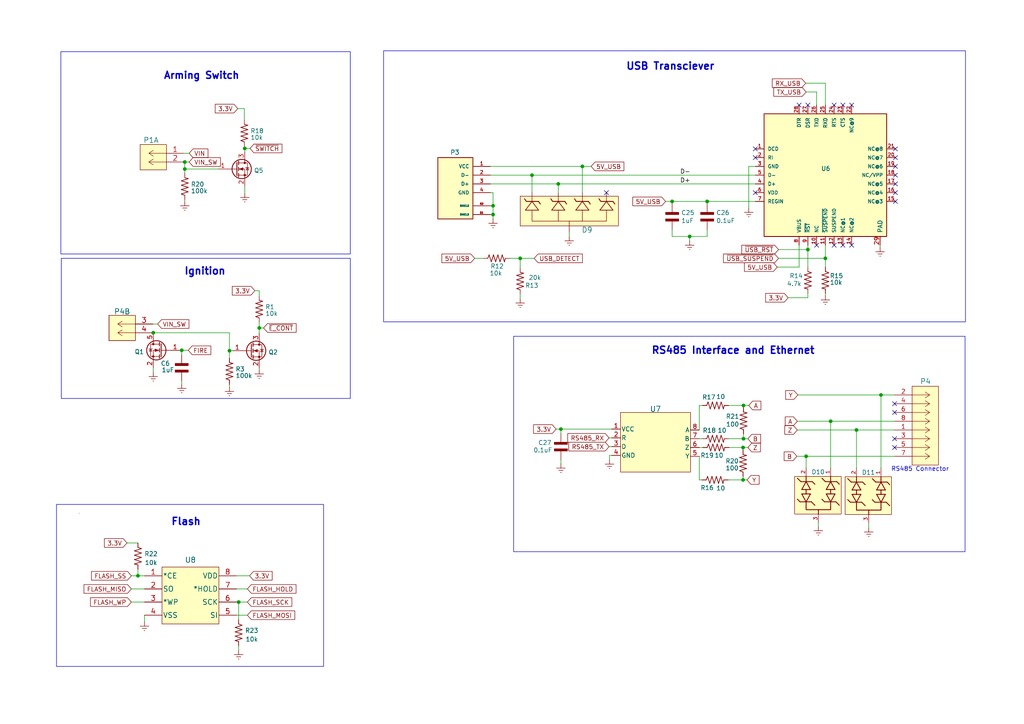
<source format=kicad_sch>
(kicad_sch (version 20230121) (generator eeschema)
  (paper "A4")
  (lib_symbols
    (symbol "Earth_2" (power) (pin_names (offset 0))
      (symbol "Earth_2_1_1"
        (pin power_in line (at 0 0 270) (length 0) hide (name "Earth") (number "1"))
      )
    )
    (symbol "Engine-Controller:54602-908LF" (pin_names (offset 0.254))
      (property "Reference" "P" (at 8.89 6.35 0))
      (property "Value" "54602-908LF" (at 5.08 4.318 0))
      (symbol "54602-908LF_1_1"
        (pin unspecified line (at 0 -10.16 0) (length 5.08) (name "~") (number "1"))
        (pin unspecified line (at 0 0 0) (length 5.08) (name "~") (number "2"))
        (pin unspecified line (at 0 -12.7 0) (length 5.08) (name "~") (number "3"))
        (pin unspecified line (at 0 -2.54 0) (length 5.08) (name "~") (number "4"))
        (pin unspecified line (at 0 -15.24 0) (length 5.08) (name "~") (number "5"))
        (pin unspecified line (at 0 -5.08 0) (length 5.08) (name "~") (number "6"))
        (pin unspecified line (at 0 -17.78 0) (length 5.08) (name "~") (number "7"))
        (pin unspecified line (at 0 -7.62 0) (length 5.08) (name "~") (number "8"))
      )
    )
    (symbol "Engine-Controller:CAP_0603" (pin_numbers hide) (pin_names (offset 1.016) hide)
      (property "Reference" "C" (at -1.27 3.81 0))
      (property "Value" "Engine-Controller_CAP_0603" (at -3.81 -3.81 0))
      (symbol "CAP_0603_0_0"
        (pin passive line (at 3.81 0 180) (length 2.54) (name "~") (number "1"))
        (pin passive line (at -3.81 0 0) (length 2.54) (name "~") (number "2"))
      )
    )
    (symbol "Engine-Controller:CDSOT23-SM712" (pin_names (offset 1.016))
      (property "Reference" "D" (at -6.096 9.398 0))
      (symbol "CDSOT23-SM712_0_0"
        (pin passive line (at -3.556 6.604 270) (length 2.54) (name "~") (number "2"))
      )
      (symbol "CDSOT23-SM712_1_0"
        (pin passive line (at 3.556 6.604 270) (length 2.54) (name "~") (number "1"))
        (pin passive line (at 0 -9.398 90) (length 2.54) (name "~") (number "3"))
      )
    )
    (symbol "Engine-Controller:CP2102-GMR(QFN28)" (pin_names (offset 1.016))
      (property "Reference" "U" (at -15.24 19.05 0))
      (symbol "CP2102-GMR(QFN28)_0_0"
        (pin bidirectional line (at -20.32 7.62 0) (length 2.54) (name "DCD") (number "1"))
        (pin bidirectional line (at -2.54 -20.32 90) (length 2.54) (name "NC") (number "10"))
        (pin bidirectional line (at 0 -20.32 90) (length 2.54) (name "~{SUSPEND}") (number "11"))
        (pin bidirectional line (at 2.54 -20.32 90) (length 2.54) (name "SUSPEND") (number "12"))
        (pin bidirectional line (at 5.08 -20.32 90) (length 2.54) (name "NC@1") (number "13"))
        (pin bidirectional line (at 7.62 -20.32 90) (length 2.54) (name "NC@2") (number "14"))
        (pin bidirectional line (at 20.32 -7.62 180) (length 2.54) (name "NC@3") (number "15"))
        (pin bidirectional line (at 20.32 -5.08 180) (length 2.54) (name "NC@4") (number "16"))
        (pin bidirectional line (at 20.32 -2.54 180) (length 2.54) (name "NC@5") (number "17"))
        (pin bidirectional line (at 20.32 0 180) (length 2.54) (name "NC/VPP") (number "18"))
        (pin bidirectional line (at 20.32 2.54 180) (length 2.54) (name "NC@6") (number "19"))
        (pin bidirectional line (at -20.32 5.08 0) (length 2.54) (name "RI") (number "2"))
        (pin bidirectional line (at 20.32 5.08 180) (length 2.54) (name "NC@7") (number "20"))
        (pin bidirectional line (at 20.32 7.62 180) (length 2.54) (name "NC@8") (number "21"))
        (pin bidirectional line (at 7.62 20.32 270) (length 2.54) (name "NC@9") (number "22"))
        (pin bidirectional line (at 5.08 20.32 270) (length 2.54) (name "CTS") (number "23"))
        (pin bidirectional line (at 2.54 20.32 270) (length 2.54) (name "RTS") (number "24"))
        (pin bidirectional line (at 0 20.32 270) (length 2.54) (name "RXD") (number "25"))
        (pin bidirectional line (at -2.54 20.32 270) (length 2.54) (name "TXD") (number "26"))
        (pin bidirectional line (at -5.08 20.32 270) (length 2.54) (name "DSR") (number "27"))
        (pin bidirectional line (at -7.62 20.32 270) (length 2.54) (name "DTR") (number "28"))
        (pin power_in line (at -20.32 2.54 0) (length 2.54) (name "GND") (number "3"))
        (pin bidirectional line (at -20.32 -2.54 0) (length 2.54) (name "D+") (number "4"))
        (pin bidirectional line (at -20.32 0 0) (length 2.54) (name "D-") (number "5"))
        (pin bidirectional line (at -20.32 -5.08 0) (length 2.54) (name "VDD") (number "6"))
        (pin power_in line (at -20.32 -7.62 0) (length 2.54) (name "REGIN") (number "7"))
        (pin power_in line (at -7.62 -20.32 90) (length 2.54) (name "VBUS") (number "8"))
        (pin bidirectional line (at -5.08 -20.32 90) (length 2.54) (name "~{RST}") (number "9"))
      )
      (symbol "CP2102-GMR(QFN28)_1_1"
        (pin passive line (at 15.875 -20.32 90) (length 2.54) (name "PAD") (number "29"))
      )
    )
    (symbol "Engine-Controller:Earth" (power) (pin_names (offset 0))
      (symbol "Earth_1_1"
        (pin power_in line (at 0 0 270) (length 0) hide (name "Earth") (number "1"))
      )
    )
    (symbol "Engine-Controller:RES_0603" (pin_numbers hide) (pin_names (offset 1.016) hide)
      (property "Reference" "R" (at -1.27 1.27 0))
      (property "Value" "Engine-Controller_RES_0603" (at -3.81 -2.54 0))
      (symbol "RES_0603_0_0"
        (pin passive line (at -3.81 0 0) (length 1.27) (name "~") (number "1"))
        (pin passive line (at 3.81 0 180) (length 1.27) (name "~") (number "2"))
      )
    )
    (symbol "Engine-Controller:SN65HVD71DR" (pin_names (offset 0.254))
      (property "Reference" "U" (at 0.254 14.478 0))
      (symbol "SN65HVD71DR_1_1"
        (pin power_in line (at -9.906 4.572 0) (length 2.54) (name "VCC") (number "1"))
        (pin output line (at -9.906 2.032 0) (length 2.54) (name "R") (number "2"))
        (pin input line (at -9.906 -0.508 0) (length 2.54) (name "D") (number "3"))
        (pin power_in line (at -9.906 -3.048 0) (length 2.54) (name "GND") (number "4"))
        (pin output line (at 15.494 -3.302 180) (length 2.54) (name "Y") (number "5"))
        (pin output line (at 15.494 -0.762 180) (length 2.54) (name "Z") (number "6"))
        (pin input line (at 15.494 1.778 180) (length 2.54) (name "B") (number "7"))
        (pin input line (at 15.494 4.318 180) (length 2.54) (name "A") (number "8"))
      )
    )
    (symbol "Engine-Controller:SP0504BAHTG" (pin_numbers hide) (pin_names hide)
      (property "Reference" "D" (at -15.748 1.905 0))
      (symbol "SP0504BAHTG_1_1"
        (pin passive line (at -10.795 5.715 270) (length 2.54) (name "~") (number "1"))
        (pin passive line (at 0 -5.715 90) (length 2.54) (name "~") (number "2"))
        (pin passive line (at -3.175 5.715 270) (length 2.54) (name "~") (number "3"))
        (pin passive line (at 3.81 5.715 270) (length 2.54) (name "~") (number "4"))
        (pin passive line (at 10.795 5.715 270) (length 2.54) (name "~") (number "5"))
      )
    )
    (symbol "Engine-Controller:SST25VF040B-50-4I-S2AE-T" (pin_names (offset 0.254))
      (property "Reference" "U" (at -2.54 6.35 0))
      (symbol "SST25VF040B-50-4I-S2AE-T_1_1"
        (pin input line (at -13.97 2.54 0) (length 5.08) (name "*CE") (number "1"))
        (pin output line (at -13.97 -1.27 0) (length 5.08) (name "SO") (number "2"))
        (pin input line (at -13.97 -5.08 0) (length 5.08) (name "*WP") (number "3"))
        (pin power_in line (at -13.97 -8.89 0) (length 5.08) (name "VSS") (number "4"))
        (pin input line (at 12.7 -8.89 180) (length 5.08) (name "SI") (number "5"))
        (pin input line (at 12.7 -5.08 180) (length 5.08) (name "SCK") (number "6"))
        (pin input line (at 12.7 -1.27 180) (length 5.08) (name "*HOLD") (number "7"))
        (pin power_in line (at 12.7 2.54 180) (length 5.08) (name "VDD") (number "8"))
      )
    )
    (symbol "Engine-Controller:USB" (pin_names (offset 1.016))
      (property "Reference" "P" (at -5.08 10.922 0))
      (symbol "USB_0_0"
        (pin power_out line (at -10.16 7.62 0) (length 5.08) (name "VCC") (number "1"))
        (pin bidirectional line (at -10.16 5.08 0) (length 5.08) (name "D-") (number "2"))
        (pin bidirectional line (at -10.16 2.54 0) (length 5.08) (name "D+") (number "3"))
        (pin power_out line (at -10.16 0 0) (length 5.08) (name "GND") (number "4"))
        (pin passive line (at -10.16 -6.35 0) (length 5.08) (name "SHIELD") (number "S1"))
        (pin passive line (at -10.16 -3.81 0) (length 5.08) (name "SHIELD") (number "S2"))
      )
    )
    (symbol "Full-Flight-Computer:1546551-4" (pin_names (offset 0.254) hide)
      (property "Reference" "P" (at 7.112 4.064 0))
      (symbol "1546551-4_1_1"
        (pin passive line (at 0 0 0) (length 5.08) (name "5") (number "1"))
        (pin passive line (at 0 -2.54 0) (length 5.08) (name "6") (number "2"))
      )
      (symbol "1546551-4_2_1"
        (pin passive line (at 0 0 0) (length 5.08) (name "5") (number "3"))
        (pin passive line (at 0 -2.54 0) (length 5.08) (name "6") (number "4"))
      )
    )
    (symbol "Full-Flight-Computer:2N7002W-7-F" (pin_names hide)
      (property "Reference" "Q" (at 5.08 1.905 0))
      (symbol "2N7002W-7-F_1_1"
        (pin input line (at -5.08 0 0) (length 2.54) (name "G") (number "1"))
        (pin passive line (at 2.54 -5.08 90) (length 2.54) (name "S") (number "2"))
        (pin passive line (at 2.54 5.08 270) (length 2.54) (name "D") (number "3"))
      )
    )
    (symbol "Full-Flight-Computer:CAP_0402" (pin_numbers hide) (pin_names (offset 1.016) hide)
      (property "Reference" "C" (at -1.27 3.81 0))
      (property "Value" "CAP_0402" (at -4.826 -3.81 0))
      (symbol "CAP_0402_0_0"
        (pin passive line (at 3.81 0 180) (length 2.54) (name "~") (number "1"))
        (pin passive line (at -3.81 0 0) (length 2.54) (name "~") (number "2"))
      )
    )
    (symbol "Full-Flight-Computer:Earth" (power) (pin_names (offset 0))
      (symbol "Earth_1_1"
        (pin power_in line (at 0 0 270) (length 0) hide (name "Earth") (number "1"))
      )
    )
    (symbol "Full-Flight-Computer:QS5U17TR" (pin_names hide)
      (property "Reference" "Q" (at 5.08 1.905 0))
      (symbol "QS5U17TR_1_1"
        (pin input line (at -5.08 0 0) (length 2.54) (name "G") (number "1"))
        (pin passive line (at 2.54 -5.08 90) (length 2.54) (name "S") (number "2"))
        (pin no_connect line (at 8.89 0.635 270) (length 2.54) hide (name "") (number "3"))
        (pin no_connect line (at 11.43 0.635 270) (length 2.54) hide (name "") (number "4"))
        (pin passive line (at 2.54 5.08 270) (length 2.54) (name "D") (number "5"))
      )
    )
    (symbol "Full-Flight-Computer:RES_0402" (pin_numbers hide) (pin_names (offset 1.016) hide)
      (property "Reference" "R" (at -1.27 1.27 0))
      (property "Value" "RES_0402" (at -3.81 -2.54 0))
      (symbol "RES_0402_0_0"
        (pin passive line (at -3.81 0 0) (length 1.27) (name "~") (number "1"))
        (pin passive line (at 3.81 0 180) (length 1.27) (name "~") (number "2"))
      )
    )
    (symbol "RES_0603_1" (pin_numbers hide) (pin_names (offset 1.016) hide)
      (property "Reference" "R" (at -1.27 1.27 0))
      (property "Value" "RES_0603" (at -3.81 -2.54 0))
      (symbol "RES_0603_1_0_0"
        (pin passive line (at -3.81 0 0) (length 1.27) (name "~") (number "1"))
        (pin passive line (at 3.81 0 180) (length 1.27) (name "~") (number "2"))
      )
    )
  )
  (junction (at 143.002 62.23))
  (junction (at 154.305 50.8))
  (junction (at 233.807 132.334))
  (junction (at 143.002 59.69))
  (junction (at 162.687 124.46))
  (junction (at 234.315 72.39))
  (junction (at 215.646 117.602))
  (junction (at 255.524 114.554))
  (junction (at 53.594 49.022))
  (junction (at 168.91 48.26))
  (junction (at 161.925 53.34))
  (junction (at 75.184 95.123))
  (junction (at 200.025 68.58))
  (junction (at 66.548 101.727))
  (junction (at 52.705 101.6))
  (junction (at 248.412 124.714))
  (junction (at 239.395 74.93))
  (junction (at 215.519 129.794))
  (junction (at 69.215 174.625))
  (junction (at 215.519 139.192))
  (junction (at 150.876 74.93))
  (junction (at 70.993 43.053))
  (junction (at 44.45 96.52))
  (junction (at 215.646 127.254))
  (junction (at 194.945 58.42))
  (junction (at 40.005 167.005))
  (junction (at 240.919 122.174))
  (junction (at 205.105 58.42))
  (junction (at 53.594 46.99))
  (no_connect (at 259.461 117.094))
  (no_connect (at 236.855 71.12))
  (no_connect (at 259.715 48.26))
  (no_connect (at 244.475 30.48))
  (no_connect (at 259.715 50.8))
  (no_connect (at 219.075 43.18))
  (no_connect (at 231.775 30.48))
  (no_connect (at 234.315 30.48))
  (no_connect (at 219.075 45.72))
  (no_connect (at 244.475 71.12))
  (no_connect (at 259.715 55.88))
  (no_connect (at 259.461 129.794))
  (no_connect (at 247.015 71.12))
  (no_connect (at 241.935 30.48))
  (no_connect (at 259.715 43.18))
  (no_connect (at 219.075 55.88))
  (no_connect (at 247.015 30.48))
  (no_connect (at 259.715 45.72))
  (no_connect (at 259.715 53.34))
  (no_connect (at 259.461 119.634))
  (no_connect (at 241.935 71.12))
  (no_connect (at 259.715 58.42))
  (no_connect (at 175.895 55.88))
  (no_connect (at 259.461 127.254))
  (wire (pts (xy 215.519 129.794) (xy 215.519 130.556)))
  (wire (pts (xy 215.646 117.602) (xy 215.646 118.237)))
  (wire (pts (xy 211.201 139.192) (xy 215.519 139.192)))
  (wire (pts (xy 154.305 55.88) (xy 154.305 50.8)))
  (wire (pts (xy 205.105 58.42) (xy 219.075 58.42)))
  (wire (pts (xy 66.548 101.727) (xy 66.548 103.886)))
  (wire (pts (xy 142.24 55.88) (xy 143.002 55.88)))
  (wire (pts (xy 233.807 132.334) (xy 231.14 132.334)))
  (wire (pts (xy 234.315 85.09) (xy 234.315 86.36)))
  (wire (pts (xy 251.968 151.765) (xy 251.968 153.035)))
  (wire (pts (xy 177.419 132.08) (xy 176.784 132.08)))
  (wire (pts (xy 248.412 124.714) (xy 259.461 124.714)))
  (polyline (pts (xy 22.987 148.844) (xy 22.987 148.844)))
  (wire (pts (xy 255.524 135.763) (xy 255.524 114.554)))
  (wire (pts (xy 73.914 84.328) (xy 75.184 84.328)))
  (wire (pts (xy 194.945 58.42) (xy 194.945 59.055)))
  (wire (pts (xy 53.594 46.99) (xy 53.594 49.022)))
  (wire (pts (xy 202.819 117.602) (xy 203.708 117.602)))
  (wire (pts (xy 240.919 122.174) (xy 240.919 135.636)))
  (wire (pts (xy 168.91 48.26) (xy 171.45 48.26)))
  (wire (pts (xy 225.806 72.39) (xy 234.315 72.39)))
  (wire (pts (xy 234.315 71.12) (xy 234.315 72.39)))
  (wire (pts (xy 211.328 117.602) (xy 215.646 117.602)))
  (wire (pts (xy 142.24 48.26) (xy 168.91 48.26)))
  (wire (pts (xy 228.6 86.36) (xy 234.315 86.36)))
  (wire (pts (xy 36.83 157.48) (xy 40.005 157.48)))
  (wire (pts (xy 161.29 124.46) (xy 162.687 124.46)))
  (wire (pts (xy 143.002 55.88) (xy 143.002 59.69)))
  (wire (pts (xy 69.215 174.625) (xy 69.215 179.705)))
  (wire (pts (xy 143.002 62.23) (xy 143.002 63.5)))
  (wire (pts (xy 40.005 165.1) (xy 40.005 167.005)))
  (wire (pts (xy 70.993 43.053) (xy 72.517 43.053)))
  (wire (pts (xy 69.215 174.625) (xy 71.755 174.625)))
  (wire (pts (xy 215.646 127.254) (xy 216.916 127.254)))
  (wire (pts (xy 200.025 69.85) (xy 200.025 68.58)))
  (wire (pts (xy 44.323 96.52) (xy 44.45 96.52)))
  (wire (pts (xy 40.005 167.005) (xy 41.91 167.005)))
  (wire (pts (xy 150.876 74.93) (xy 154.94 74.93)))
  (wire (pts (xy 68.58 170.815) (xy 71.755 170.815)))
  (wire (pts (xy 219.075 48.26) (xy 217.17 48.26)))
  (wire (pts (xy 205.105 58.42) (xy 205.105 59.055)))
  (wire (pts (xy 44.45 96.52) (xy 66.548 96.52)))
  (wire (pts (xy 231.394 114.554) (xy 255.524 114.554)))
  (wire (pts (xy 215.519 139.192) (xy 216.662 139.192)))
  (wire (pts (xy 161.925 53.34) (xy 219.075 53.34)))
  (wire (pts (xy 68.58 174.625) (xy 69.215 174.625)))
  (wire (pts (xy 225.806 74.93) (xy 239.395 74.93)))
  (wire (pts (xy 69.215 187.325) (xy 69.215 188.595)))
  (wire (pts (xy 168.91 48.26) (xy 168.91 55.88)))
  (wire (pts (xy 142.24 50.8) (xy 154.305 50.8)))
  (wire (pts (xy 70.866 31.496) (xy 70.866 34.798)))
  (wire (pts (xy 75.184 95.123) (xy 76.454 95.123)))
  (wire (pts (xy 233.68 24.13) (xy 239.395 24.13)))
  (wire (pts (xy 234.315 72.39) (xy 234.315 77.47)))
  (wire (pts (xy 193.04 58.42) (xy 194.945 58.42)))
  (wire (pts (xy 38.1 170.815) (xy 41.91 170.815)))
  (wire (pts (xy 233.807 132.334) (xy 233.807 135.636)))
  (wire (pts (xy 41.91 174.625) (xy 38.1 174.625)))
  (wire (pts (xy 70.993 54.102) (xy 70.993 56.007)))
  (wire (pts (xy 194.945 68.58) (xy 200.025 68.58)))
  (wire (pts (xy 38.1 167.005) (xy 40.005 167.005)))
  (wire (pts (xy 202.819 127.254) (xy 203.708 127.254)))
  (wire (pts (xy 248.412 124.714) (xy 231.267 124.714)))
  (wire (pts (xy 66.548 111.506) (xy 66.548 112.268)))
  (wire (pts (xy 231.267 122.174) (xy 240.919 122.174)))
  (wire (pts (xy 75.184 106.807) (xy 75.184 107.188)))
  (wire (pts (xy 41.91 178.435) (xy 41.91 180.34)))
  (wire (pts (xy 215.519 129.794) (xy 216.916 129.794)))
  (wire (pts (xy 44.323 93.98) (xy 45.72 93.98)))
  (wire (pts (xy 66.548 96.52) (xy 66.548 101.727)))
  (wire (pts (xy 52.705 101.6) (xy 54.61 101.6)))
  (wire (pts (xy 154.305 50.8) (xy 219.075 50.8)))
  (wire (pts (xy 150.876 85.344) (xy 150.876 86.614)))
  (wire (pts (xy 176.784 132.08) (xy 176.784 133.35)))
  (wire (pts (xy 53.34 46.99) (xy 53.594 46.99)))
  (wire (pts (xy 53.594 46.99) (xy 54.864 46.99)))
  (wire (pts (xy 142.24 53.34) (xy 161.925 53.34)))
  (wire (pts (xy 202.819 124.714) (xy 202.819 117.602)))
  (wire (pts (xy 75.184 95.123) (xy 75.184 96.647)))
  (wire (pts (xy 231.775 77.47) (xy 231.775 71.12)))
  (wire (pts (xy 68.58 167.005) (xy 72.39 167.005)))
  (wire (pts (xy 194.945 66.675) (xy 194.945 68.58)))
  (wire (pts (xy 142.24 59.69) (xy 143.002 59.69)))
  (wire (pts (xy 205.105 66.675) (xy 205.105 68.58)))
  (wire (pts (xy 53.594 58.42) (xy 53.594 57.912)))
  (wire (pts (xy 259.461 132.334) (xy 233.807 132.334)))
  (wire (pts (xy 53.594 49.022) (xy 53.594 50.292)))
  (wire (pts (xy 147.828 74.93) (xy 150.876 74.93)))
  (wire (pts (xy 68.961 31.496) (xy 70.866 31.496)))
  (wire (pts (xy 53.594 49.022) (xy 63.373 49.022)))
  (wire (pts (xy 236.855 26.67) (xy 233.807 26.67)))
  (wire (pts (xy 194.945 58.42) (xy 205.105 58.42)))
  (wire (pts (xy 239.395 74.93) (xy 239.395 71.12)))
  (wire (pts (xy 211.328 127.254) (xy 215.646 127.254)))
  (wire (pts (xy 215.519 138.176) (xy 215.519 139.192)))
  (wire (pts (xy 239.395 74.93) (xy 239.395 77.47)))
  (wire (pts (xy 52.07 101.6) (xy 52.705 101.6)))
  (wire (pts (xy 239.395 85.725) (xy 239.395 85.09)))
  (wire (pts (xy 52.705 102.87) (xy 52.705 101.6)))
  (wire (pts (xy 237.363 151.638) (xy 237.363 152.654)))
  (wire (pts (xy 236.855 30.48) (xy 236.855 26.67)))
  (wire (pts (xy 75.184 84.328) (xy 75.184 85.852)))
  (wire (pts (xy 162.687 133.35) (xy 162.687 134.493)))
  (wire (pts (xy 70.866 43.053) (xy 70.993 43.053)))
  (wire (pts (xy 239.395 24.13) (xy 239.395 30.48)))
  (wire (pts (xy 165.1 67.31) (xy 165.1 68.58)))
  (wire (pts (xy 248.412 124.714) (xy 248.412 135.763)))
  (wire (pts (xy 161.925 55.88) (xy 161.925 53.34)))
  (wire (pts (xy 215.646 117.602) (xy 217.17 117.602)))
  (wire (pts (xy 70.993 43.053) (xy 70.993 43.942)))
  (wire (pts (xy 215.646 125.857) (xy 215.646 127.254)))
  (wire (pts (xy 217.17 48.26) (xy 217.17 60.325)))
  (wire (pts (xy 202.819 132.334) (xy 202.819 139.192)))
  (wire (pts (xy 240.919 122.174) (xy 259.461 122.174)))
  (wire (pts (xy 162.687 125.73) (xy 162.687 124.46)))
  (wire (pts (xy 70.866 42.418) (xy 70.866 43.053)))
  (wire (pts (xy 137.668 74.93) (xy 140.208 74.93)))
  (wire (pts (xy 150.876 74.93) (xy 150.876 77.724)))
  (wire (pts (xy 53.34 44.45) (xy 54.864 44.45)))
  (wire (pts (xy 52.705 110.49) (xy 52.705 111.379)))
  (wire (pts (xy 75.184 93.472) (xy 75.184 95.123)))
  (wire (pts (xy 255.524 114.554) (xy 259.461 114.554)))
  (wire (pts (xy 255.27 71.12) (xy 255.27 71.755)))
  (wire (pts (xy 66.548 101.727) (xy 67.564 101.727)))
  (wire (pts (xy 225.425 77.47) (xy 231.775 77.47)))
  (wire (pts (xy 142.24 62.23) (xy 143.002 62.23)))
  (wire (pts (xy 202.819 139.192) (xy 203.581 139.192)))
  (wire (pts (xy 211.455 129.794) (xy 215.519 129.794)))
  (wire (pts (xy 202.819 129.794) (xy 203.835 129.794)))
  (wire (pts (xy 162.687 124.46) (xy 177.419 124.46)))
  (wire (pts (xy 177.419 129.54) (xy 176.657 129.54)))
  (wire (pts (xy 176.657 127) (xy 177.419 127)))
  (wire (pts (xy 71.755 178.435) (xy 68.58 178.435)))
  (wire (pts (xy 143.002 59.69) (xy 143.002 62.23)))
  (wire (pts (xy 44.45 106.68) (xy 44.45 107.95)))
  (wire (pts (xy 205.105 68.58) (xy 200.025 68.58)))
  (rectangle (start 16.383 146.304) (end 93.853 193.294))
  (rectangle (start 17.653 14.986) (end 101.6 73.66))
  (rectangle (start 17.78 74.93) (end 101.6 115.57))
  (rectangle (start 111.252 14.732) (end 280.035 93.345))
  (rectangle (start 148.971 97.536) (end 279.908 160.02))
  (text "USB Transciever" (at 181.483 20.574 0) (effects (font (size 2.08 2.08) bold) (justify left bottom)))
  (text "Arming Switch" (at 47.371 23.241 0) (effects (font (size 2.032 2.032) (thickness 0.4064) bold) (justify left bottom)))
  (text "Flash" (at 49.53 152.654 0) (effects (font (size 2.08 2.08) (thickness 0.416) bold) (justify left bottom)))
  (text "Ignition" (at 53.34 80.01 0) (effects (font (size 2.08 2.08) (thickness 0.416) bold) (justify left bottom)))
  (text "RS485 Connector\n" (at 258.445 136.906 0) (effects (font (size 1.27 1.27)) (justify left bottom)))
  (text "RS485 Interface and Ethernet" (at 188.849 102.997 0) (effects (font (size 2.08 2.08) (thickness 0.416) bold) (justify left bottom)))
  (label "D+" (at 197.231 53.34 0))
  (label "D-" (at 197.231 50.8 0))
  (global_label "3.3V" (shape input) (at 161.29 124.46 180) (property "Intersheetrefs" "${INTERSHEET_REFS}" (effects hide)))
  (global_label "5V_USB" (shape input) (at 225.425 77.47 180) (property "Intersheetrefs" "${INTERSHEET_REFS}" (effects hide)))
  (global_label "A" (shape input) (at 231.267 122.174 180) (property "Intersheetrefs" "${INTERSHEET_REFS}" (effects hide)))
  (global_label "5V_USB" (shape input) (at 193.04 58.42 180) (property "Intersheetrefs" "${INTERSHEET_REFS}" (effects hide)))
  (global_label "3.3V" (shape input) (at 228.6 86.36 180) (property "Intersheetrefs" "${INTERSHEET_REFS}" (effects hide)))
  (global_label "3.3V" (shape input) (at 73.914 84.328 180) (property "Intersheetrefs" "${INTERSHEET_REFS}" (effects hide)))
  (global_label "Z" (shape input) (at 231.267 124.714 180) (property "Intersheetrefs" "${INTERSHEET_REFS}" (effects hide)))
  (global_label "FLASH_MISO" (shape input) (at 38.1 170.815 180) (property "Intersheetrefs" "${INTERSHEET_REFS}" (effects hide)))
  (global_label "Y" (shape input) (at 231.394 114.554 180) (property "Intersheetrefs" "${INTERSHEET_REFS}" (effects hide)))
  (global_label "5V_USB" (shape input) (at 171.45 48.26 0) (property "Intersheetrefs" "${INTERSHEET_REFS}" (effects hide)))
  (global_label "FLASH_SS" (shape input) (at 38.1 167.005 180) (property "Intersheetrefs" "${INTERSHEET_REFS}" (effects hide)))
  (global_label "RX_USB" (shape input) (at 233.68 24.13 180) (property "Intersheetrefs" "${INTERSHEET_REFS}" (effects hide)))
  (global_label "B" (shape input) (at 216.916 127.254 0) (property "Intersheetrefs" "${INTERSHEET_REFS}" (effects hide)))
  (global_label "FLASH_HOLD" (shape input) (at 71.755 170.815 0) (property "Intersheetrefs" "${INTERSHEET_REFS}" (effects hide)))
  (global_label "~{E_CONT}" (shape input) (at 76.454 95.123 0) (property "Intersheetrefs" "${INTERSHEET_REFS}" (effects hide)))
  (global_label "3.3V" (shape input) (at 36.83 157.48 180) (property "Intersheetrefs" "${INTERSHEET_REFS}" (effects hide)))
  (global_label "~{USB_SUSPEND}" (shape input) (at 225.806 74.93 180) (property "Intersheetrefs" "${INTERSHEET_REFS}" (effects hide)))
  (global_label "USB_DETECT" (shape input) (at 154.94 74.93 0) (property "Intersheetrefs" "${INTERSHEET_REFS}" (effects hide)))
  (global_label "3.3V" (shape input) (at 72.39 167.005 0) (property "Intersheetrefs" "${INTERSHEET_REFS}" (effects hide)))
  (global_label "RS485_TX" (shape input) (at 176.657 129.54 180) (property "Intersheetrefs" "${INTERSHEET_REFS}" (effects hide)))
  (global_label "B" (shape input) (at 231.14 132.334 180) (property "Intersheetrefs" "${INTERSHEET_REFS}" (effects hide)))
  (global_label "5V_USB" (shape input) (at 137.668 74.93 180) (property "Intersheetrefs" "${INTERSHEET_REFS}" (effects hide)))
  (global_label "~{USB_RST}" (shape input) (at 225.806 72.39 180) (property "Intersheetrefs" "${INTERSHEET_REFS}" (effects hide)))
  (global_label "Z" (shape input) (at 216.916 129.794 0) (property "Intersheetrefs" "${INTERSHEET_REFS}" (effects hide)))
  (global_label "VIN_SW" (shape input) (at 54.864 46.99 0) (property "Intersheetrefs" "${INTERSHEET_REFS}" (effects hide)))
  (global_label "~{SWITCH}" (shape input) (at 72.517 43.053 0) (property "Intersheetrefs" "${INTERSHEET_REFS}" (effects hide)))
  (global_label "VIN" (shape input) (at 54.864 44.45 0) (property "Intersheetrefs" "${INTERSHEET_REFS}" (effects hide)))
  (global_label "Y" (shape input) (at 216.662 139.192 0) (property "Intersheetrefs" "${INTERSHEET_REFS}" (effects hide)))
  (global_label "FLASH_WP" (shape input) (at 38.1 174.625 180) (property "Intersheetrefs" "${INTERSHEET_REFS}" (effects hide)))
  (global_label "VIN_SW" (shape input) (at 45.72 93.98 0) (property "Intersheetrefs" "${INTERSHEET_REFS}" (effects hide)))
  (global_label "TX_USB" (shape input) (at 233.807 26.67 180) (property "Intersheetrefs" "${INTERSHEET_REFS}" (effects hide)))
  (global_label "RS485_RX" (shape input) (at 176.657 127 180) (property "Intersheetrefs" "${INTERSHEET_REFS}" (effects hide)))
  (global_label "FLASH_MOSI" (shape input) (at 71.755 178.435 0) (property "Intersheetrefs" "${INTERSHEET_REFS}" (effects hide)))
  (global_label "FLASH_SCK" (shape input) (at 71.755 174.625 0) (property "Intersheetrefs" "${INTERSHEET_REFS}" (effects hide)))
  (global_label "FIRE" (shape input) (at 54.61 101.6 0) (property "Intersheetrefs" "${INTERSHEET_REFS}" (effects hide)))
  (global_label "3.3V" (shape input) (at 68.961 31.496 180) (property "Intersheetrefs" "${INTERSHEET_REFS}" (effects hide)))
  (global_label "A" (shape input) (at 217.17 117.602 0) (property "Intersheetrefs" "${INTERSHEET_REFS}" (effects hide)))
  (symbol (lib_id "Engine-Controller:Earth") (at 255.27 71.755 0) (unit 1)
    (property "Reference" "#PWR034" (effects hide))
    (property "Value" "Earth" (effects hide))
    (instances (project "Liquid-Rocket-Engine-Controller" (path "" (reference "#PWR034") (unit 1))) (project "Engine-Controller" (path "" (reference "#PWR027") (unit 1))))
  )
  (symbol (lib_name "RES_0603_1") (lib_id "Engine-Controller:RES_0603") (at 207.391 139.192 0) (unit 1)
    (property "Reference" "R16" (at 205.105 141.478 0))
    (property "Value" "10" (at 209.042 141.605 0))
    (property "Footprint" "Engine-Controller:RES_0603" (effects hide))
    (instances (project "Liquid-Rocket-Engine-Controller" (path "" (reference "R16") (unit 1))) (project "Engine-Controller" (path "" (reference "R25") (unit 1))))
  )
  (symbol (lib_id "Engine-Controller:Earth") (at 200.025 69.85 0) (unit 1)
    (property "Reference" "#PWR031" (effects hide))
    (property "Value" "Earth" (effects hide))
    (instances (project "Liquid-Rocket-Engine-Controller" (path "" (reference "#PWR031") (unit 1))) (project "Engine-Controller" (path "" (reference "#PWR026") (unit 1))))
  )
  (symbol (lib_id "Engine-Controller:RES_0603") (at 234.315 81.28 270) (unit 1)
    (property "Reference" "R14" (at 228.981 80.01 90) (effects (justify left)))
    (property "Value" "4.7k" (at 228.219 82.296 90) (effects (justify left)))
    (property "Footprint" "Engine-Controller:RES_0603" (effects hide))
    (instances (project "Liquid-Rocket-Engine-Controller" (path "" (reference "R14") (unit 1))) (project "Engine-Controller" (path "" (reference "R13") (unit 1))))
  )
  (symbol (lib_name "Earth_2") (lib_id "Engine-Controller:Earth") (at 239.395 85.725 0) (unit 1)
    (property "Reference" "#PWR033" (effects hide))
    (property "Value" "Earth" (effects hide))
    (instances (project "Liquid-Rocket-Engine-Controller" (path "" (reference "#PWR033") (unit 1))) (project "Engine-Controller" (path "" (reference "#PWR046") (unit 1))))
  )
  (symbol (lib_name "RES_0603_1") (lib_id "Engine-Controller:RES_0603") (at 215.519 134.366 90) (unit 1)
    (property "Reference" "R20" (at 212.344 133.731 90))
    (property "Value" "100" (at 212.344 135.763 90))
    (property "Footprint" "Engine-Controller:RES_0603" (effects hide))
    (instances (project "Liquid-Rocket-Engine-Controller" (path "" (reference "R20") (unit 1))) (project "Engine-Controller" (path "" (reference "R27") (unit 1))))
  )
  (symbol (lib_id "Full-Flight-Computer:1546551-4") (at 53.34 44.45 0) (mirror y) (unit 1)
    (property "Reference" "P1" (at 43.815 40.64 0) (effects (font (size 1.524 1.524))))
    (property "Value" "1984659" (effects hide))
    (property "Footprint" "Full-Flight-Computer:1546551-4" (effects hide))
    (instances (project "Base-Flight-Computer-Test" (path "" (reference "P1") (unit 1))) (project "Full-Flight-Computer" (path "" (reference "P3") (unit 1))) (project "Liquid-Rocket-Engine-Controller" (path "" (reference "P5") (unit 1))))
  )
  (symbol (lib_id "Engine-Controller:CAP_0603") (at 194.945 62.865 270) (unit 1)
    (property "Reference" "C25" (at 197.5612 61.6966 90) (effects (justify left)))
    (property "Value" "1uF" (at 197.5612 64.008 90) (effects (justify left)))
    (property "Footprint" "Engine-Controller:CAP_0603" (effects hide))
    (instances (project "Liquid-Rocket-Engine-Controller" (path "" (reference "C25") (unit 1))) (project "Engine-Controller" (path "" (reference "C19") (unit 1))))
  )
  (symbol (lib_id "Engine-Controller:Earth") (at 150.876 86.614 0) (unit 1)
    (property "Reference" "#PWR028" (effects hide))
    (property "Value" "Earth" (effects hide))
    (instances (project "Liquid-Rocket-Engine-Controller" (path "" (reference "#PWR028") (unit 1))) (project "Engine-Controller" (path "" (reference "#PWR033") (unit 1))))
  )
  (symbol (lib_id "Engine-Controller:Earth") (at 251.968 153.035 0) (unit 1)
    (property "Reference" "#PWR038" (effects hide))
    (property "Value" "Earth" (effects hide))
    (instances (project "Liquid-Rocket-Engine-Controller" (path "" (reference "#PWR038") (unit 1))) (project "Engine-Controller" (path "" (reference "#PWR057") (unit 1))))
  )
  (symbol (lib_id "Full-Flight-Computer:Earth") (at 66.548 112.268 0) (unit 1)
    (property "Reference" "#PWR09" (effects hide))
    (property "Value" "Earth" (effects hide))
    (instances (project "Base-Flight-Computer-Test" (path "" (reference "#PWR09") (unit 1))) (project "Full-Flight-Computer" (path "" (reference "#PWR039") (unit 1))) (project "Liquid-Rocket-Engine-Controller" (path "" (reference "#PWR049") (unit 1))))
  )
  (symbol (lib_id "Full-Flight-Computer:Earth") (at 52.705 111.379 0) (unit 1)
    (property "Reference" "#PWR07" (effects hide))
    (property "Value" "Earth" (effects hide))
    (instances (project "Base-Flight-Computer-Test" (path "" (reference "#PWR07") (unit 1))) (project "Full-Flight-Computer" (path "" (reference "#PWR036") (unit 1))) (project "Liquid-Rocket-Engine-Controller" (path "" (reference "#PWR048") (unit 1))))
  )
  (symbol (lib_name "RES_0603_1") (lib_id "Engine-Controller:RES_0603") (at 207.518 117.602 0) (unit 1)
    (property "Reference" "R17" (at 205.613 115.189 0))
    (property "Value" "10" (at 209.042 115.062 0))
    (property "Footprint" "Engine-Controller:RES_0603" (effects hide))
    (instances (project "Liquid-Rocket-Engine-Controller" (path "" (reference "R17") (unit 1))) (project "Engine-Controller" (path "" (reference "R22") (unit 1))))
  )
  (symbol (lib_id "Engine-Controller:Earth") (at 143.002 63.5 0) (unit 1)
    (property "Reference" "#PWR06" (effects hide))
    (property "Value" "Earth" (effects hide))
    (instances (project "Liquid-Rocket-Engine-Controller" (path "" (reference "#PWR06") (unit 1))) (project "Engine-Controller" (path "" (reference "#PWR024") (unit 1))))
  )
  (symbol (lib_id "Engine-Controller:CAP_0603") (at 205.105 62.865 270) (unit 1)
    (property "Reference" "C26" (at 207.7212 61.6966 90) (effects (justify left)))
    (property "Value" "0.1uF" (at 207.7212 64.008 90) (effects (justify left)))
    (property "Footprint" "Engine-Controller:CAP_0603" (effects hide))
    (instances (project "Liquid-Rocket-Engine-Controller" (path "" (reference "C26") (unit 1))) (project "Engine-Controller" (path "" (reference "C20") (unit 1))))
  )
  (symbol (lib_id "Engine-Controller:54602-908LF") (at 259.461 114.554 0) (unit 1)
    (property "Reference" "P4" (at 266.827 110.617 0) (effects (font (size 1.524 1.524)) (justify left)))
    (property "Value" "54602-908LF" (effects hide))
    (property "Footprint" "Engine-Controller:54602-908LF" (effects hide))
    (property "Datasheet" "54602-908LF" (effects hide))
    (instances (project "Liquid-Rocket-Engine-Controller" (path "" (reference "P4") (unit 1))) (project "Engine-Controller" (path "" (reference "P9") (unit 1))))
  )
  (symbol (lib_id "Full-Flight-Computer:CAP_0402") (at 52.705 106.68 90) (unit 1)
    (property "Reference" "C6" (at 46.609 105.41 90) (effects (justify right)))
    (property "Value" "1uF" (at 46.863 107.315 90) (effects (justify right)))
    (property "Footprint" "Full-Flight-Computer:CAP_0402" (effects hide))
    (instances (project "Base-Flight-Computer-Test" (path "" (reference "C6") (unit 1))) (project "Full-Flight-Computer" (path "" (reference "C21") (unit 1))) (project "Liquid-Rocket-Engine-Controller" (path "" (reference "C28") (unit 1))))
  )
  (symbol (lib_id "Full-Flight-Computer:RES_0402") (at 75.184 89.662 90) (unit 1)
    (property "Reference" "R1" (at 76.9366 89.0183 90) (effects (justify right)))
    (property "Value" "10k" (at 76.9366 90.9393 90) (effects (justify right)))
    (property "Footprint" "Full-Flight-Computer:RES_0402" (effects hide))
    (instances (project "Base-Flight-Computer-Test" (path "" (reference "R1") (unit 1))) (project "Full-Flight-Computer" (path "" (reference "R17") (unit 1))) (project "Liquid-Rocket-Engine-Controller" (path "" (reference "R27") (unit 1))))
  )
  (symbol (lib_id "Engine-Controller:Earth") (at 237.363 152.654 0) (unit 1)
    (property "Reference" "#PWR037" (effects hide))
    (property "Value" "Earth" (effects hide))
    (instances (project "Liquid-Rocket-Engine-Controller" (path "" (reference "#PWR037") (unit 1))) (project "Engine-Controller" (path "" (reference "#PWR044") (unit 1))))
  )
  (symbol (lib_id "Full-Flight-Computer:Earth") (at 75.184 107.188 0) (unit 1)
    (property "Reference" "#PWR05" (effects hide))
    (property "Value" "Earth" (effects hide))
    (instances (project "Base-Flight-Computer-Test" (path "" (reference "#PWR05") (unit 1))) (project "Full-Flight-Computer" (path "" (reference "#PWR043") (unit 1))) (project "Liquid-Rocket-Engine-Controller" (path "" (reference "#PWR050") (unit 1))))
  )
  (symbol (lib_id "Engine-Controller:RES_0603") (at 69.215 183.515 270) (unit 1)
    (property "Reference" "R23" (at 73.025 182.88 90))
    (property "Value" "10k" (at 73.025 185.42 90))
    (property "Footprint" "Engine-Controller:RES_0603" (effects hide))
    (instances (project "Liquid-Rocket-Engine-Controller" (path "" (reference "R23") (unit 1))) (project "Engine-Controller" (path "" (reference "R34") (unit 1))))
  )
  (symbol (lib_id "Full-Flight-Computer:2N7002W-7-F") (at 68.453 49.022 0) (unit 1)
    (property "Reference" "Q5" (at 73.66 49.4558 0) (effects (justify left)))
    (property "Value" "2N7002W-7-F" (effects hide))
    (property "Footprint" "Full-Flight-Computer:2N7002W-7-F" (effects hide))
    (property "Datasheet" "https://www.onsemi.com/pub/Collateral/NDS7002A-D.PDF" (effects hide))
    (instances (project "Base-Flight-Computer-Test" (path "" (reference "Q5") (unit 1))) (project "Full-Flight-Computer" (path "" (reference "Q10") (unit 1))) (project "Liquid-Rocket-Engine-Controller" (path "" (reference "Q1") (unit 1))))
  )
  (symbol (lib_id "Engine-Controller:RES_0603") (at 150.876 81.534 90) (unit 1)
    (property "Reference" "R13" (at 156.21 82.804 90) (effects (justify left)))
    (property "Value" "20k" (at 156.972 80.518 90) (effects (justify left)))
    (property "Footprint" "Engine-Controller:RES_0603" (effects hide))
    (instances (project "Liquid-Rocket-Engine-Controller" (path "" (reference "R13") (unit 1))) (project "Engine-Controller" (path "" (reference "R21") (unit 1))))
  )
  (symbol (lib_id "Engine-Controller:SP0504BAHTG") (at 165.1 61.595 0) (unit 1)
    (property "Reference" "D9" (at 168.656 66.675 0) (effects (font (size 1.524 1.524)) (justify left)))
    (property "Value" "SP0504BAHTG" (effects hide))
    (property "Footprint" "Engine-Controller:SP0504BAHTG" (effects hide))
    (instances (project "Liquid-Rocket-Engine-Controller" (path "" (reference "D9") (unit 1))) (project "Engine-Controller" (path "" (reference "D8") (unit 1))))
  )
  (symbol (lib_name "RES_0603_1") (lib_id "Engine-Controller:RES_0603") (at 215.646 122.047 90) (unit 1)
    (property "Reference" "R21" (at 212.471 120.777 90))
    (property "Value" "100" (at 212.471 123.063 90))
    (property "Footprint" "Engine-Controller:RES_0603" (effects hide))
    (instances (project "Liquid-Rocket-Engine-Controller" (path "" (reference "R21") (unit 1))) (project "Engine-Controller" (path "" (reference "R26") (unit 1))))
  )
  (symbol (lib_id "Engine-Controller:Earth") (at 176.784 133.35 0) (unit 1)
    (property "Reference" "#PWR036" (effects hide))
    (property "Value" "Earth" (effects hide))
    (instances (project "Liquid-Rocket-Engine-Controller" (path "" (reference "#PWR036") (unit 1))) (project "Engine-Controller" (path "" (reference "#PWR020") (unit 1))))
  )
  (symbol (lib_id "Full-Flight-Computer:2N7002W-7-F") (at 72.644 101.727 0) (unit 1)
    (property "Reference" "Q2" (at 77.851 102.1608 0) (effects (justify left)))
    (property "Value" "2N7002W-7-F" (effects hide))
    (property "Footprint" "Full-Flight-Computer:2N7002W-7-F" (effects hide))
    (property "Datasheet" "https://www.onsemi.com/pub/Collateral/NDS7002A-D.PDF" (effects hide))
    (instances (project "Base-Flight-Computer-Test" (path "" (reference "Q2") (unit 1))) (project "Full-Flight-Computer" (path "" (reference "Q5") (unit 1))) (project "Liquid-Rocket-Engine-Controller" (path "" (reference "Q3") (unit 1))))
  )
  (symbol (lib_id "Engine-Controller:Earth") (at 217.17 60.325 0) (unit 1)
    (property "Reference" "#PWR032" (effects hide))
    (property "Value" "Earth" (effects hide))
    (instances (project "Liquid-Rocket-Engine-Controller" (path "" (reference "#PWR032") (unit 1))) (project "Engine-Controller" (path "" (reference "#PWR029") (unit 1))))
  )
  (symbol (lib_id "Engine-Controller:CDSOT23-SM712") (at 237.363 142.24 0) (unit 1)
    (property "Reference" "D10" (at 235.331 136.906 0) (effects (justify left)))
    (property "Value" "SMBJ36CA-13-F" (effects hide))
    (property "Footprint" "Engine-Controller:CDSOT23-SM712" (effects hide))
    (property "STANDARD" "IPC-7351B" (effects hide))
    (property "PARTREV" "20-2" (effects hide))
    (property "MANUFACTURER" "Diodes Inc." (effects hide))
  )
  (symbol (lib_id "Engine-Controller:Earth") (at 162.687 134.493 0) (unit 1)
    (property "Reference" "#PWR035" (effects hide))
    (property "Value" "Earth" (effects hide))
    (instances (project "Liquid-Rocket-Engine-Controller" (path "" (reference "#PWR035") (unit 1))) (project "Engine-Controller" (path "" (reference "#PWR041") (unit 1))))
  )
  (symbol (lib_name "RES_0603_1") (lib_id "Engine-Controller:RES_0603") (at 207.645 129.794 0) (unit 1)
    (property "Reference" "R19" (at 205.105 132.08 0))
    (property "Value" "10" (at 208.534 132.08 0))
    (property "Footprint" "Engine-Controller:RES_0603" (effects hide))
    (instances (project "Liquid-Rocket-Engine-Controller" (path "" (reference "R19") (unit 1))) (project "Engine-Controller" (path "" (reference "R24") (unit 1))))
  )
  (symbol (lib_id "Engine-Controller:Earth") (at 41.91 180.34 0) (unit 1)
    (property "Reference" "#PWR039" (effects hide))
    (property "Value" "Earth" (effects hide))
    (instances (project "Liquid-Rocket-Engine-Controller" (path "" (reference "#PWR039") (unit 1))) (project "Engine-Controller" (path "" (reference "#PWR04") (unit 1))))
  )
  (symbol (lib_id "Engine-Controller:RES_0603") (at 144.018 74.93 0) (unit 1)
    (property "Reference" "R12" (at 142.24 77.216 0) (effects (justify left)))
    (property "Value" "10k" (at 141.986 79.248 0) (effects (justify left)))
    (property "Footprint" "Engine-Controller:RES_0603" (effects hide))
    (instances (project "Liquid-Rocket-Engine-Controller" (path "" (reference "R12") (unit 1))) (project "Engine-Controller" (path "" (reference "R20") (unit 1))))
  )
  (symbol (lib_id "Full-Flight-Computer:RES_0402") (at 70.866 38.608 90) (unit 1)
    (property "Reference" "R18" (at 72.6186 37.9643 90) (effects (justify right)))
    (property "Value" "10k" (at 72.6186 39.8853 90) (effects (justify right)))
    (property "Footprint" "Full-Flight-Computer:RES_0402" (effects hide))
    (instances (project "Base-Flight-Computer-Test" (path "" (reference "R18") (unit 1))) (project "Full-Flight-Computer" (path "" (reference "R28") (unit 1))) (project "Liquid-Rocket-Engine-Controller" (path "" (reference "R25") (unit 1))))
  )
  (symbol (lib_id "Engine-Controller:CAP_0603") (at 162.687 129.54 270) (unit 1)
    (property "Reference" "C27" (at 156.083 128.397 90) (effects (justify left)))
    (property "Value" "0.1uF" (at 154.686 130.556 90) (effects (justify left)))
    (property "Footprint" "Engine-Controller:CAP_0603" (effects hide))
    (instances (project "Liquid-Rocket-Engine-Controller" (path "" (reference "C27") (unit 1))) (project "Engine-Controller" (path "" (reference "C24") (unit 1))))
  )
  (symbol (lib_id "Engine-Controller:SST25VF040B-50-4I-S2AE-T") (at 55.88 169.545 0) (unit 1)
    (property "Reference" "U8" (at 55.245 162.4076 0) (effects (font (size 1.524 1.524))))
    (property "Value" "SST25VF040B-50-4I-S2AE-T" (effects hide))
    (property "Footprint" "Engine-Controller:SST25VF040B-50-4I-S2AE-T" (effects hide))
    (instances (project "Liquid-Rocket-Engine-Controller" (path "" (reference "U8") (unit 1))) (project "Engine-Controller" (path "" (reference "U4") (unit 1))))
  )
  (symbol (lib_id "Engine-Controller:Earth") (at 165.1 68.58 0) (unit 1)
    (property "Reference" "#PWR030" (effects hide))
    (property "Value" "Earth" (effects hide))
    (instances (project "Liquid-Rocket-Engine-Controller" (path "" (reference "#PWR030") (unit 1))) (project "Engine-Controller" (path "" (reference "#PWR025") (unit 1))))
  )
  (symbol (lib_id "Engine-Controller:CP2102-GMR(QFN28)") (at 239.395 50.8 0) (unit 1)
    (property "Reference" "U6" (at 238.125 48.895 0) (effects (justify left)))
    (property "Value" "CP2102-GMR(QFN28)" (effects hide))
    (property "Footprint" "Engine-Controller:CP2012-GMR" (effects hide))
    (property "MPN" "CP2102-GMR" (effects hide))
    (instances (project "Liquid-Rocket-Engine-Controller" (path "" (reference "U6") (unit 1))) (project "Engine-Controller" (path "" (reference "U5") (unit 1))))
  )
  (symbol (lib_id "Engine-Controller:Earth") (at 69.215 188.595 0) (unit 1)
    (property "Reference" "#PWR040" (effects hide))
    (property "Value" "Earth" (effects hide))
    (instances (project "Liquid-Rocket-Engine-Controller" (path "" (reference "#PWR040") (unit 1))) (project "Engine-Controller" (path "" (reference "#PWR038") (unit 1))))
  )
  (symbol (lib_id "Full-Flight-Computer:Earth") (at 70.993 56.007 0) (unit 1)
    (property "Reference" "#PWR028" (effects hide))
    (property "Value" "Earth" (effects hide))
    (instances (project "Base-Flight-Computer-Test" (path "" (reference "#PWR028") (unit 1))) (project "Full-Flight-Computer" (path "" (reference "#PWR057") (unit 1))) (project "Liquid-Rocket-Engine-Controller" (path "" (reference "#PWR046") (unit 1))))
  )
  (symbol (lib_name "RES_0603_1") (lib_id "Engine-Controller:RES_0603") (at 207.518 127.254 0) (unit 1)
    (property "Reference" "R18" (at 205.74 124.841 0))
    (property "Value" "10" (at 209.423 124.841 0))
    (property "Footprint" "Engine-Controller:RES_0603" (effects hide))
    (instances (project "Liquid-Rocket-Engine-Controller" (path "" (reference "R18") (unit 1))) (project "Engine-Controller" (path "" (reference "R23") (unit 1))))
  )
  (symbol (lib_id "Full-Flight-Computer:RES_0402") (at 53.594 54.102 90) (unit 1)
    (property "Reference" "R20" (at 55.3466 53.4583 90) (effects (justify right)))
    (property "Value" "100k" (at 55.3466 55.3793 90) (effects (justify right)))
    (property "Footprint" "Full-Flight-Computer:RES_0402" (effects hide))
    (instances (project "Base-Flight-Computer-Test" (path "" (reference "R20") (unit 1))) (project "Full-Flight-Computer" (path "" (reference "R25") (unit 1))) (project "Liquid-Rocket-Engine-Controller" (path "" (reference "R24") (unit 1))))
  )
  (symbol (lib_id "Full-Flight-Computer:QS5U17TR") (at 46.99 101.6 0) (mirror y) (unit 1)
    (property "Reference" "Q1" (at 41.783 102.0338 0) (effects (justify left)))
    (property "Value" "QS5U17TR" (effects hide))
    (property "Footprint" "Full-Flight-Computer:QS5U17TR" (effects hide))
    (property "Datasheet" "https://www.onsemi.com/pub/Collateral/NDS7002A-D.PDF" (effects hide))
    (instances (project "Base-Flight-Computer-Test" (path "" (reference "Q1") (unit 1))) (project "Full-Flight-Computer" (path "" (reference "Q2") (unit 1))) (project "Liquid-Rocket-Engine-Controller" (path "" (reference "Q2") (unit 1))))
  )
  (symbol (lib_id "Engine-Controller:RES_0603") (at 40.005 161.29 270) (unit 1)
    (property "Reference" "R22" (at 43.815 160.655 90))
    (property "Value" "10k" (at 43.815 163.195 90))
    (property "Footprint" "Engine-Controller:RES_0603" (effects hide))
    (instances (project "Liquid-Rocket-Engine-Controller" (path "" (reference "R22") (unit 1))) (project "Engine-Controller" (path "" (reference "R35") (unit 1))))
  )
  (symbol (lib_id "Full-Flight-Computer:Earth") (at 44.45 107.95 0) (unit 1)
    (property "Reference" "#PWR04" (effects hide))
    (property "Value" "Earth" (effects hide))
    (instances (project "Base-Flight-Computer-Test" (path "" (reference "#PWR04") (unit 1))) (project "Full-Flight-Computer" (path "" (reference "#PWR032") (unit 1))) (project "Liquid-Rocket-Engine-Controller" (path "" (reference "#PWR047") (unit 1))))
  )
  (symbol (lib_id "Engine-Controller:CDSOT23-SM712") (at 251.968 142.367 0) (unit 1)
    (property "Reference" "D11" (at 249.936 137.033 0) (effects (justify left)))
    (property "Value" "SMBJ36CA-13-F" (effects hide))
    (property "Footprint" "Engine-Controller:CDSOT23-SM712" (effects hide))
    (property "STANDARD" "IPC-7351B" (effects hide))
    (property "PARTREV" "20-2" (effects hide))
    (property "MANUFACTURER" "Diodes Inc." (effects hide))
  )
  (symbol (lib_id "Full-Flight-Computer:RES_0402") (at 66.548 107.696 90) (unit 1)
    (property "Reference" "R3" (at 68.3006 107.0523 90) (effects (justify right)))
    (property "Value" "100k" (at 68.3006 108.9733 90) (effects (justify right)))
    (property "Footprint" "Full-Flight-Computer:RES_0402" (effects hide))
    (instances (project "Base-Flight-Computer-Test" (path "" (reference "R3") (unit 1))) (project "Full-Flight-Computer" (path "" (reference "R13") (unit 1))) (project "Liquid-Rocket-Engine-Controller" (path "" (reference "R26") (unit 1))))
  )
  (symbol (lib_id "Engine-Controller:USB") (at 132.08 55.88 0) (mirror y) (unit 1)
    (property "Reference" "P3" (at 131.953 44.196 0))
    (property "Value" "USB" (effects hide))
    (property "Footprint" "Engine-Controller:USB-TypeB" (effects hide))
    (instances (project "Liquid-Rocket-Engine-Controller" (path "" (reference "P3") (unit 1))) (project "Engine-Controller" (path "" (reference "P5") (unit 1))))
  )
  (symbol (lib_id "Full-Flight-Computer:Earth") (at 53.594 58.42 0) (unit 1)
    (property "Reference" "#PWR029" (effects hide))
    (property "Value" "Earth" (effects hide))
    (instances (project "Base-Flight-Computer-Test" (path "" (reference "#PWR029") (unit 1))) (project "Full-Flight-Computer" (path "" (reference "#PWR055") (unit 1))) (project "Liquid-Rocket-Engine-Controller" (path "" (reference "#PWR045") (unit 1))))
  )
  (symbol (lib_id "Full-Flight-Computer:1546551-4") (at 44.323 93.98 0) (mirror y) (unit 2)
    (property "Reference" "P4" (at 35.433 90.3619 0) (effects (font (size 1.524 1.524))))
    (property "Value" "1984659" (effects hide))
    (property "Footprint" "Full-Flight-Computer:1546551-4" (effects hide))
    (instances (project "Base-Flight-Computer-Test" (path "" (reference "P4") (unit 2))) (project "Full-Flight-Computer" (path "" (reference "P5") (unit 2))) (project "Liquid-Rocket-Engine-Controller" (path "" (reference "P5") (unit 2))))
  )
  (symbol (lib_id "Engine-Controller:RES_0603") (at 239.395 81.28 270) (unit 1)
    (property "Reference" "R15" (at 240.665 80.01 90) (effects (justify left)))
    (property "Value" "10k" (at 240.665 81.915 90) (effects (justify left)))
    (property "Footprint" "Engine-Controller:RES_0603" (effects hide))
    (instances (project "Liquid-Rocket-Engine-Controller" (path "" (reference "R15") (unit 1))) (project "Engine-Controller" (path "" (reference "R14") (unit 1))))
  )
  (symbol (lib_id "Engine-Controller:SN65HVD71DR") (at 187.325 129.032 0) (unit 1)
    (property "Reference" "U7" (at 190.119 118.6321 0) (effects (font (size 1.524 1.524))))
    (property "Value" "SN65HVD71DR" (effects hide))
    (property "Footprint" "Engine-Controller:SN65HVD71DR" (effects hide))
    (property "Datasheet" "SN65HVD71DR" (effects hide))
  )
)
</source>
